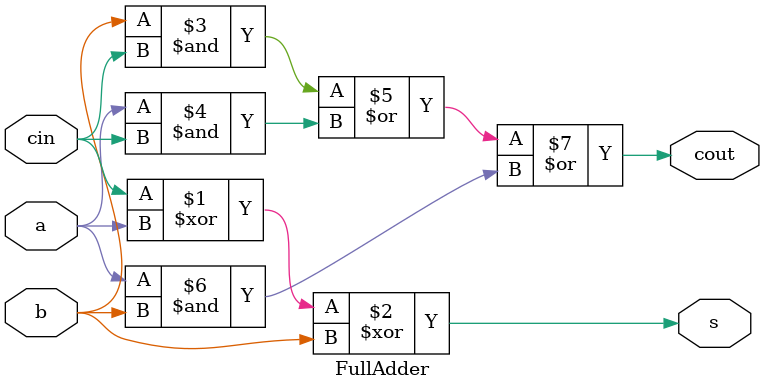
<source format=v>
module FullAdder(a, b, cin, s, cout);
  // 3C7 LabD 2010
  // a and b are the bits to add
  // cin is carry in
  input wire a, b, cin;
  
  // s is the sum of a and b. cout is any carry out bit
  // wires since just using assign here
  output wire s, cout;

  // logic for sum and carry
  assign s = cin ^ a ^ b;
  assign cout = (b & cin) | (a & cin) | (a & b);
  
endmodule
</source>
